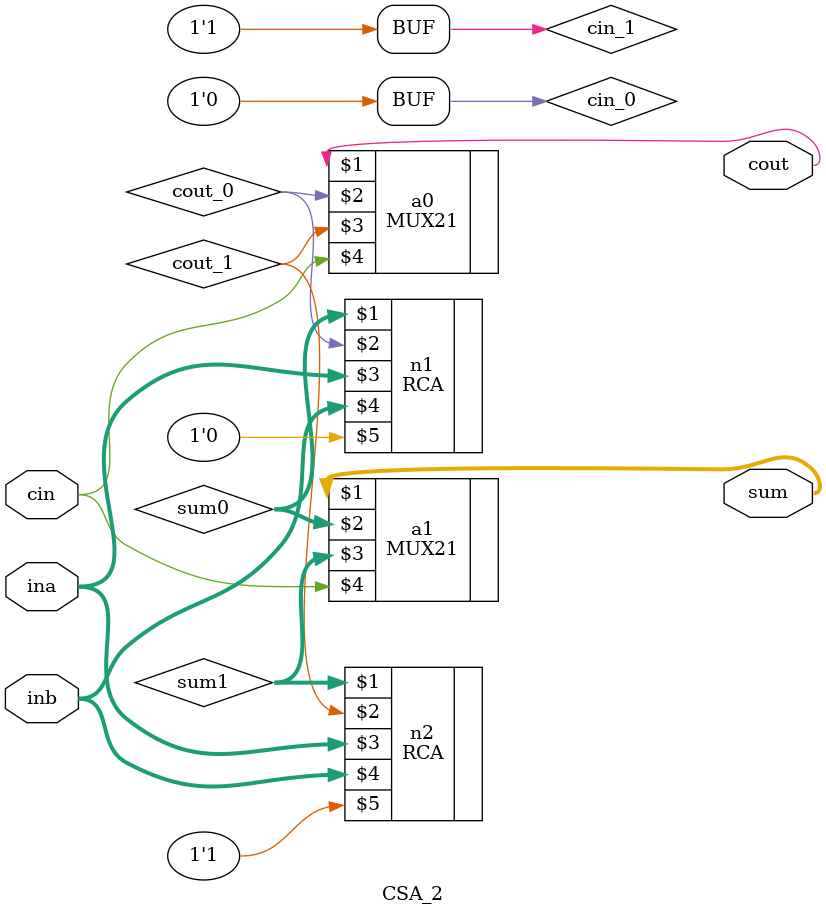
<source format=v>
module CSA_2(output [15:0] sum, output cout, input [15:0] ina,inb, input cin);
	
	wire [15:0] sum0;
	wire cout_0;
	wire [15:0] sum1;
	wire cout_1;

	reg cin_0;
	reg cin_1;

	RCA n1(sum0,cout_0,ina,inb,cin_0);
	RCA n2(sum1,cout_1,ina,inb,cin_1);

	MUX21 #(3) a0(cout,cout_0,cout_1,cin);

	MUX21 #(3) a1(sum,sum0,sum1,cin);


	initial begin
		cin_0 = 0;
		cin_1 = 1;
	end

endmodule
</source>
